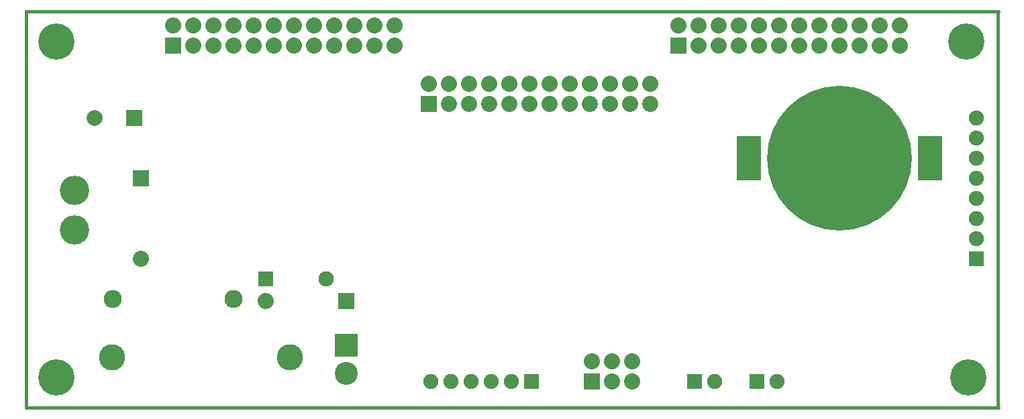
<source format=gbs>
G04 (created by PCBNEW-RS274X (2011-04-29 BZR 2986)-stable) date 8/30/2011 9:17:05 PM*
G01*
G70*
G90*
%MOIN*%
G04 Gerber Fmt 3.4, Leading zero omitted, Abs format*
%FSLAX34Y34*%
G04 APERTURE LIST*
%ADD10C,0.006000*%
%ADD11C,0.015000*%
%ADD12R,0.080000X0.080000*%
%ADD13C,0.080000*%
%ADD14R,0.076000X0.076000*%
%ADD15C,0.076000*%
%ADD16C,0.146000*%
%ADD17R,0.075000X0.075000*%
%ADD18C,0.075000*%
%ADD19C,0.090000*%
%ADD20C,0.720000*%
%ADD21R,0.120000X0.220000*%
%ADD22C,0.130200*%
%ADD23R,0.079100X0.079100*%
%ADD24C,0.079100*%
%ADD25R,0.114500X0.114500*%
%ADD26C,0.114500*%
%ADD27C,0.180000*%
G04 APERTURE END LIST*
G54D10*
G54D11*
X64600Y-25600D02*
X16300Y-25600D01*
X16300Y-05900D02*
X16300Y-06100D01*
X64600Y-05900D02*
X16300Y-05900D01*
X64567Y-25591D02*
X64567Y-05906D01*
X16312Y-05906D02*
X16312Y-25591D01*
G54D12*
X22000Y-14200D03*
G54D13*
X22000Y-18200D03*
G54D14*
X28200Y-19200D03*
G54D15*
X31200Y-19200D03*
G54D12*
X23600Y-07600D03*
G54D13*
X23600Y-06600D03*
X24600Y-07600D03*
X24600Y-06600D03*
X25600Y-07600D03*
X25600Y-06600D03*
X26600Y-07600D03*
X26600Y-06600D03*
X27600Y-07600D03*
X27600Y-06600D03*
X28600Y-07600D03*
X28600Y-06600D03*
X29600Y-07600D03*
X29600Y-06600D03*
X30600Y-07600D03*
X30600Y-06600D03*
X31600Y-07600D03*
X31600Y-06600D03*
X32600Y-07600D03*
X32600Y-06600D03*
X33600Y-07600D03*
X33600Y-06600D03*
X34600Y-07600D03*
X34600Y-06600D03*
G54D12*
X36300Y-10500D03*
G54D13*
X36300Y-09500D03*
X37300Y-10500D03*
X37300Y-09500D03*
X38300Y-10500D03*
X38300Y-09500D03*
X39300Y-10500D03*
X39300Y-09500D03*
X40300Y-10500D03*
X40300Y-09500D03*
X41300Y-10500D03*
X41300Y-09500D03*
X42300Y-10500D03*
X42300Y-09500D03*
X43300Y-10500D03*
X43300Y-09500D03*
X44300Y-10500D03*
X44300Y-09500D03*
X45300Y-10500D03*
X45300Y-09500D03*
X46300Y-10500D03*
X46300Y-09500D03*
X47300Y-10500D03*
X47300Y-09500D03*
G54D12*
X48700Y-07600D03*
G54D13*
X48700Y-06600D03*
X49700Y-07600D03*
X49700Y-06600D03*
X50700Y-07600D03*
X50700Y-06600D03*
X51700Y-07600D03*
X51700Y-06600D03*
X52700Y-07600D03*
X52700Y-06600D03*
X53700Y-07600D03*
X53700Y-06600D03*
X54700Y-07600D03*
X54700Y-06600D03*
X55700Y-07600D03*
X55700Y-06600D03*
X56700Y-07600D03*
X56700Y-06600D03*
X57700Y-07600D03*
X57700Y-06600D03*
X58700Y-07600D03*
X58700Y-06600D03*
X59700Y-07600D03*
X59700Y-06600D03*
G54D16*
X18700Y-14816D03*
X18700Y-16784D03*
G54D17*
X63500Y-18200D03*
G54D18*
X63500Y-17200D03*
X63500Y-16200D03*
X63500Y-15200D03*
X63500Y-14200D03*
X63500Y-13200D03*
X63500Y-12200D03*
X63500Y-11200D03*
G54D19*
X20600Y-20200D03*
X26600Y-20200D03*
G54D12*
X44400Y-24300D03*
G54D13*
X44400Y-23300D03*
X45400Y-24300D03*
X45400Y-23300D03*
X46400Y-24300D03*
X46400Y-23300D03*
G54D20*
X56700Y-13200D03*
G54D21*
X52200Y-13200D03*
X61200Y-13200D03*
G54D22*
X20571Y-23100D03*
X29429Y-23100D03*
G54D23*
X21684Y-11200D03*
G54D24*
X19716Y-11200D03*
G54D25*
X32200Y-22511D03*
G54D26*
X32200Y-23889D03*
G54D12*
X32200Y-20300D03*
G54D13*
X28200Y-20300D03*
G54D17*
X41400Y-24300D03*
G54D18*
X40400Y-24300D03*
X39400Y-24300D03*
X38400Y-24300D03*
X37400Y-24300D03*
X36400Y-24300D03*
G54D17*
X49500Y-24300D03*
G54D18*
X50500Y-24300D03*
G54D17*
X52600Y-24300D03*
G54D18*
X53600Y-24300D03*
G54D27*
X17800Y-07400D03*
X17800Y-24100D03*
X63000Y-07400D03*
X63100Y-24100D03*
M02*

</source>
